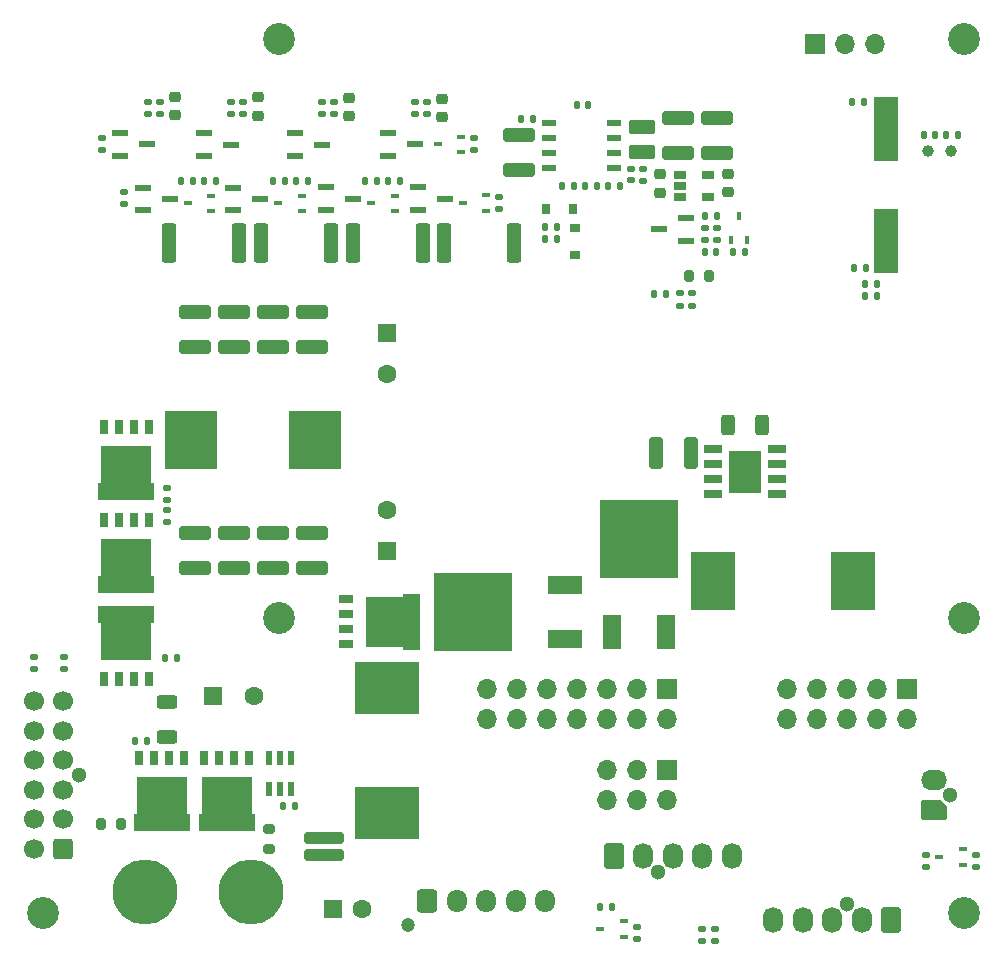
<source format=gts>
G04 #@! TF.GenerationSoftware,KiCad,Pcbnew,(6.0.0)*
G04 #@! TF.CreationDate,2022-02-11T23:51:38-05:00*
G04 #@! TF.ProjectId,FalconMain,46616c63-6f6e-44d6-9169-6e2e6b696361,1A*
G04 #@! TF.SameCoordinates,Original*
G04 #@! TF.FileFunction,Soldermask,Top*
G04 #@! TF.FilePolarity,Negative*
%FSLAX46Y46*%
G04 Gerber Fmt 4.6, Leading zero omitted, Abs format (unit mm)*
G04 Created by KiCad (PCBNEW (6.0.0)) date 2022-02-11 23:51:38*
%MOMM*%
%LPD*%
G01*
G04 APERTURE LIST*
G04 Aperture macros list*
%AMRoundRect*
0 Rectangle with rounded corners*
0 $1 Rounding radius*
0 $2 $3 $4 $5 $6 $7 $8 $9 X,Y pos of 4 corners*
0 Add a 4 corners polygon primitive as box body*
4,1,4,$2,$3,$4,$5,$6,$7,$8,$9,$2,$3,0*
0 Add four circle primitives for the rounded corners*
1,1,$1+$1,$2,$3*
1,1,$1+$1,$4,$5*
1,1,$1+$1,$6,$7*
1,1,$1+$1,$8,$9*
0 Add four rect primitives between the rounded corners*
20,1,$1+$1,$2,$3,$4,$5,0*
20,1,$1+$1,$4,$5,$6,$7,0*
20,1,$1+$1,$6,$7,$8,$9,0*
20,1,$1+$1,$8,$9,$2,$3,0*%
%AMFreePoly0*
4,1,23,0.945671,0.830970,1.026777,0.776777,1.080970,0.695671,1.100000,0.600000,1.100000,-0.600000,1.080970,-0.695671,1.026777,-0.776777,0.945671,-0.830970,0.850000,-0.850000,-0.450000,-0.850000,-0.545671,-0.830970,-0.626777,-0.776777,-0.626779,-0.776774,-1.026777,-0.376777,-1.080970,-0.295671,-1.100000,-0.200000,-1.100000,0.600000,-1.080970,0.695671,-1.026777,0.776777,-0.945671,0.830970,
-0.850000,0.850000,0.850000,0.850000,0.945671,0.830970,0.945671,0.830970,$1*%
%AMFreePoly1*
4,1,21,3.503536,2.353536,3.505000,2.350000,3.505000,-2.350000,3.503536,-2.353536,3.500000,-2.355000,2.000000,-2.355000,1.996464,-2.353536,1.995000,-2.350000,1.995000,-2.105000,-1.100000,-2.105000,-1.103536,-2.103536,-1.105000,-2.100000,-1.105000,2.100000,-1.103536,2.103536,-1.100000,2.105000,1.995000,2.105000,1.995000,2.350000,1.996464,2.353536,2.000000,2.355000,3.500000,2.355000,
3.503536,2.353536,3.503536,2.353536,$1*%
G04 Aperture macros list end*
%ADD10RoundRect,0.135000X0.135000X0.185000X-0.135000X0.185000X-0.135000X-0.185000X0.135000X-0.185000X0*%
%ADD11RoundRect,0.225000X-0.250000X0.225000X-0.250000X-0.225000X0.250000X-0.225000X0.250000X0.225000X0*%
%ADD12RoundRect,0.135000X0.185000X-0.135000X0.185000X0.135000X-0.185000X0.135000X-0.185000X-0.135000X0*%
%ADD13R,1.411199X0.568000*%
%ADD14RoundRect,0.250000X-1.100000X0.325000X-1.100000X-0.325000X1.100000X-0.325000X1.100000X0.325000X0*%
%ADD15C,2.700000*%
%ADD16R,0.700000X0.450000*%
%ADD17C,1.000000*%
%ADD18C,1.300000*%
%ADD19RoundRect,0.250000X0.600000X-0.850000X0.600000X0.850000X-0.600000X0.850000X-0.600000X-0.850000X0*%
%ADD20O,1.700000X2.200000*%
%ADD21RoundRect,0.135000X-0.185000X0.135000X-0.185000X-0.135000X0.185000X-0.135000X0.185000X0.135000X0*%
%ADD22RoundRect,0.250000X0.625000X-0.312500X0.625000X0.312500X-0.625000X0.312500X-0.625000X-0.312500X0*%
%ADD23RoundRect,0.135000X-0.135000X-0.185000X0.135000X-0.185000X0.135000X0.185000X-0.135000X0.185000X0*%
%ADD24R,4.500000X5.000000*%
%ADD25RoundRect,0.140000X-0.170000X0.140000X-0.170000X-0.140000X0.170000X-0.140000X0.170000X0.140000X0*%
%ADD26C,5.500000*%
%ADD27R,1.700000X1.700000*%
%ADD28O,1.700000X1.700000*%
%ADD29C,1.200000*%
%ADD30RoundRect,0.250000X-0.600000X-0.725000X0.600000X-0.725000X0.600000X0.725000X-0.600000X0.725000X0*%
%ADD31O,1.700000X1.950000*%
%ADD32R,3.000000X1.600000*%
%ADD33R,6.700000X6.700000*%
%ADD34RoundRect,0.140000X0.140000X0.170000X-0.140000X0.170000X-0.140000X-0.170000X0.140000X-0.170000X0*%
%ADD35R,1.600000X1.600000*%
%ADD36C,1.600000*%
%ADD37R,0.800000X0.900000*%
%ADD38R,0.620000X1.220000*%
%ADD39FreePoly0,180.000000*%
%ADD40O,2.200000X1.700000*%
%ADD41RoundRect,0.140000X-0.140000X-0.170000X0.140000X-0.170000X0.140000X0.170000X-0.140000X0.170000X0*%
%ADD42R,3.850000X5.000000*%
%ADD43R,1.150000X0.700000*%
%ADD44FreePoly1,0.000000*%
%ADD45RoundRect,0.250000X-0.600000X0.850000X-0.600000X-0.850000X0.600000X-0.850000X0.600000X0.850000X0*%
%ADD46RoundRect,0.250000X-0.362500X-1.425000X0.362500X-1.425000X0.362500X1.425000X-0.362500X1.425000X0*%
%ADD47RoundRect,0.200000X-0.275000X0.200000X-0.275000X-0.200000X0.275000X-0.200000X0.275000X0.200000X0*%
%ADD48R,0.900000X0.800000*%
%ADD49R,0.700000X1.150000*%
%ADD50FreePoly1,270.000000*%
%ADD51RoundRect,0.200000X0.200000X0.275000X-0.200000X0.275000X-0.200000X-0.275000X0.200000X-0.275000X0*%
%ADD52R,1.500000X0.650000*%
%ADD53R,2.700000X3.600000*%
%ADD54R,2.000000X5.500000*%
%ADD55RoundRect,0.200000X-0.200000X-0.275000X0.200000X-0.275000X0.200000X0.275000X-0.200000X0.275000X0*%
%ADD56R,0.450000X0.700000*%
%ADD57RoundRect,0.250000X0.312500X0.625000X-0.312500X0.625000X-0.312500X-0.625000X0.312500X-0.625000X0*%
%ADD58R,5.500000X4.500000*%
%ADD59RoundRect,0.250000X1.100000X-0.325000X1.100000X0.325000X-1.100000X0.325000X-1.100000X-0.325000X0*%
%ADD60RoundRect,0.250000X-0.325000X-1.100000X0.325000X-1.100000X0.325000X1.100000X-0.325000X1.100000X0*%
%ADD61R,1.168400X0.482600*%
%ADD62RoundRect,0.225000X0.250000X-0.225000X0.250000X0.225000X-0.250000X0.225000X-0.250000X-0.225000X0*%
%ADD63RoundRect,0.250000X1.450000X-0.250000X1.450000X0.250000X-1.450000X0.250000X-1.450000X-0.250000X0*%
%ADD64RoundRect,0.250000X0.600000X0.600000X-0.600000X0.600000X-0.600000X-0.600000X0.600000X-0.600000X0*%
%ADD65C,1.700000*%
%ADD66RoundRect,0.250000X-0.850000X0.375000X-0.850000X-0.375000X0.850000X-0.375000X0.850000X0.375000X0*%
%ADD67R,1.000000X0.700000*%
%ADD68FreePoly1,90.000000*%
%ADD69R,1.600000X3.000000*%
G04 APERTURE END LIST*
D10*
X140185000Y-73025000D03*
X139165000Y-73025000D03*
D11*
X143769000Y-66027000D03*
X143769000Y-67577000D03*
D12*
X119888000Y-67314000D03*
X119888000Y-66294000D03*
X167037856Y-78030000D03*
X167037856Y-77010000D03*
D13*
X116543000Y-68949999D03*
X116543000Y-70850001D03*
X118829000Y-69900000D03*
D14*
X132775000Y-102800000D03*
X132775000Y-105750000D03*
X126150000Y-84095000D03*
X126150000Y-87045000D03*
D15*
X110000000Y-135010000D03*
D14*
X167035000Y-67695000D03*
X167035000Y-70645000D03*
D16*
X139750000Y-75550000D03*
X139750000Y-74250000D03*
X137750000Y-74900000D03*
D13*
X123575000Y-68975000D03*
X123575000Y-70875002D03*
X125861000Y-69925001D03*
D17*
X184939899Y-70480099D03*
X186839899Y-70480099D03*
D18*
X162050000Y-131510000D03*
D19*
X158300000Y-130170000D03*
D20*
X160800000Y-130170000D03*
X163300000Y-130170000D03*
X165800000Y-130170000D03*
X168300000Y-130170000D03*
D21*
X166012856Y-77010000D03*
X166012856Y-78030000D03*
D22*
X120500000Y-120062500D03*
X120500000Y-117137500D03*
D23*
X179565429Y-81750000D03*
X180585429Y-81750000D03*
D16*
X187860000Y-130880000D03*
X187860000Y-129580000D03*
X185860000Y-130230000D03*
D24*
X122550000Y-94967349D03*
X133050000Y-94967349D03*
D25*
X120500000Y-100895000D03*
X120500000Y-101855000D03*
D12*
X142494000Y-67312000D03*
X142494000Y-66292000D03*
D11*
X128166104Y-65927000D03*
X128166104Y-67477000D03*
D21*
X133605000Y-66302000D03*
X133605000Y-67322000D03*
D15*
X130000000Y-61000000D03*
D26*
X127600000Y-133205000D03*
X118600000Y-133205000D03*
D12*
X126891104Y-67312000D03*
X126891104Y-66292000D03*
D27*
X162825000Y-122860000D03*
D28*
X162825000Y-125400000D03*
X160285000Y-122860000D03*
X160285000Y-125400000D03*
X157745000Y-122860000D03*
X157745000Y-125400000D03*
D21*
X188945000Y-130075000D03*
X188945000Y-131095000D03*
X115011000Y-69390000D03*
X115011000Y-70410000D03*
X160245000Y-136184139D03*
X160245000Y-137204139D03*
D29*
X140900000Y-135980000D03*
D30*
X142500000Y-133980000D03*
D31*
X145000000Y-133980000D03*
X147500000Y-133980000D03*
X150000000Y-133980000D03*
X152500000Y-133980000D03*
D13*
X118425000Y-73575000D03*
X118425000Y-75475002D03*
X120711000Y-74525001D03*
D27*
X162800000Y-116020000D03*
D28*
X162800000Y-118560000D03*
X160260000Y-116020000D03*
X160260000Y-118560000D03*
X157720000Y-116020000D03*
X157720000Y-118560000D03*
X155180000Y-116020000D03*
X155180000Y-118560000D03*
X152640000Y-116020000D03*
X152640000Y-118560000D03*
X150100000Y-116020000D03*
X150100000Y-118560000D03*
X147560000Y-116020000D03*
X147560000Y-118560000D03*
D13*
X131357000Y-68974999D03*
X131357000Y-70875001D03*
X133643000Y-69925000D03*
X139157000Y-68949999D03*
X139157000Y-70850001D03*
X141443000Y-69900000D03*
D10*
X153525000Y-77935000D03*
X152505000Y-77935000D03*
D32*
X154220000Y-111821000D03*
X154220000Y-107249000D03*
D33*
X146370000Y-109535000D03*
D10*
X132410000Y-73025000D03*
X131390000Y-73025000D03*
D14*
X129450000Y-84095000D03*
X129450000Y-87045000D03*
D23*
X166030000Y-75980000D03*
X167050000Y-75980000D03*
D10*
X154975000Y-73435000D03*
X153955000Y-73435000D03*
D12*
X134620000Y-67312000D03*
X134620000Y-66292000D03*
D34*
X166992856Y-79020000D03*
X166032856Y-79020000D03*
D15*
X188000000Y-61000000D03*
D35*
X134517621Y-134655000D03*
D36*
X137017621Y-134655000D03*
D37*
X152540000Y-75410000D03*
X154840000Y-75410000D03*
D14*
X132750000Y-84095000D03*
X132750000Y-87045000D03*
D10*
X158150000Y-134450000D03*
X157130000Y-134450000D03*
D12*
X165790000Y-137330000D03*
X165790000Y-136310000D03*
D38*
X129100000Y-124515000D03*
X130050000Y-124515000D03*
X131000000Y-124515000D03*
X131000000Y-121895000D03*
X130050000Y-121895000D03*
X129100000Y-121895000D03*
D18*
X186760000Y-124988000D03*
D39*
X185420000Y-126238000D03*
D40*
X185420000Y-123738000D03*
D41*
X150495000Y-67710000D03*
X151455000Y-67710000D03*
D21*
X116868000Y-73904999D03*
X116868000Y-74924999D03*
D10*
X122660000Y-73025000D03*
X121640000Y-73025000D03*
D34*
X162695000Y-82550000D03*
X161735000Y-82550000D03*
D21*
X164945100Y-82525100D03*
X164945100Y-83545100D03*
D13*
X133944500Y-73549999D03*
X133944500Y-75450001D03*
X136230500Y-74500000D03*
D42*
X166675000Y-106900000D03*
X178525000Y-106900000D03*
D21*
X141469000Y-66297000D03*
X141469000Y-67317000D03*
D10*
X130460000Y-73025000D03*
X129440000Y-73025000D03*
D43*
X135675000Y-108417500D03*
X135675000Y-109687500D03*
X135675000Y-110957500D03*
X135675000Y-112227500D03*
D44*
X138400000Y-110322500D03*
D23*
X117790000Y-120400000D03*
X118810000Y-120400000D03*
D15*
X130005000Y-110000000D03*
D18*
X178050000Y-134245000D03*
D45*
X181800000Y-135585000D03*
D20*
X179300000Y-135585000D03*
X176800000Y-135585000D03*
X174300000Y-135585000D03*
X171800000Y-135585000D03*
D10*
X180585329Y-82775100D03*
X179565329Y-82775100D03*
D11*
X121163000Y-65904000D03*
X121163000Y-67454000D03*
D46*
X120687500Y-78290000D03*
X126612500Y-78290000D03*
D47*
X129097292Y-127875000D03*
X129097292Y-129525000D03*
D13*
X164455856Y-78040001D03*
X164455856Y-76139999D03*
X162169856Y-77090000D03*
D15*
X188000000Y-135000000D03*
D11*
X135895000Y-65952000D03*
X135895000Y-67502000D03*
D21*
X125866104Y-66292000D03*
X125866104Y-67312000D03*
D48*
X154990000Y-76960000D03*
X154990000Y-79260000D03*
D21*
X160810000Y-71960000D03*
X160810000Y-72980000D03*
D35*
X139100000Y-85842349D03*
D36*
X139100000Y-89342349D03*
D49*
X127455000Y-121880000D03*
X126185000Y-121880000D03*
X124915000Y-121880000D03*
X123645000Y-121880000D03*
D50*
X125550000Y-124605000D03*
D15*
X188000000Y-110000000D03*
D51*
X166350000Y-81075000D03*
X164700000Y-81075000D03*
D52*
X172150000Y-99505000D03*
X172150000Y-98235000D03*
X172150000Y-96965000D03*
X172150000Y-95695000D03*
X166750000Y-95695000D03*
X166750000Y-96965000D03*
X166750000Y-98235000D03*
X166750000Y-99505000D03*
D53*
X169450000Y-97600000D03*
D13*
X141719500Y-73549999D03*
X141719500Y-75450001D03*
X144005500Y-74500000D03*
D23*
X157800000Y-73433758D03*
X158820000Y-73433758D03*
D54*
X181379899Y-78080099D03*
X181379899Y-68580099D03*
D12*
X166850000Y-137330000D03*
X166850000Y-136310000D03*
D55*
X114900000Y-127425000D03*
X116550000Y-127425000D03*
D56*
X168260000Y-77962000D03*
X169560000Y-77962000D03*
X168910000Y-75962000D03*
D49*
X121955000Y-121880000D03*
X120685000Y-121880000D03*
X119415000Y-121880000D03*
X118145000Y-121880000D03*
D50*
X120050000Y-124605000D03*
D57*
X170887500Y-93625000D03*
X167962500Y-93625000D03*
D21*
X146463000Y-69359999D03*
X146463000Y-70379999D03*
D23*
X130290000Y-125900000D03*
X131310000Y-125900000D03*
D10*
X121300000Y-113370000D03*
X120280000Y-113370000D03*
X169395000Y-79012000D03*
X168375000Y-79012000D03*
D14*
X129475000Y-102800000D03*
X129475000Y-105750000D03*
D46*
X128437500Y-78290000D03*
X134362500Y-78290000D03*
D16*
X147525000Y-75525000D03*
X147525000Y-74225000D03*
X145525000Y-74875000D03*
D21*
X184780000Y-130090000D03*
X184780000Y-131110000D03*
D34*
X185539899Y-69080099D03*
X184579899Y-69080099D03*
D25*
X159785000Y-71990000D03*
X159785000Y-72950000D03*
D16*
X124225000Y-75550000D03*
X124225000Y-74250000D03*
X122225000Y-74900000D03*
D46*
X136200000Y-78290000D03*
X142125000Y-78290000D03*
D58*
X139100000Y-115900000D03*
X139100000Y-126500000D03*
D34*
X187439899Y-69080099D03*
X186479899Y-69080099D03*
D21*
X148600000Y-74390000D03*
X148600000Y-75410000D03*
D16*
X145413000Y-70554999D03*
X145413000Y-69254999D03*
X143413000Y-69904999D03*
D27*
X175375000Y-61400000D03*
D28*
X177915000Y-61400000D03*
X180455000Y-61400000D03*
D12*
X109200000Y-114285000D03*
X109200000Y-113265000D03*
D59*
X150295000Y-72035000D03*
X150295000Y-69085000D03*
D60*
X161900000Y-96000000D03*
X164850000Y-96000000D03*
D35*
X139125000Y-104370000D03*
D36*
X139125000Y-100870000D03*
D46*
X143950000Y-78290000D03*
X149875000Y-78290000D03*
D49*
X118930000Y-101670000D03*
X117660000Y-101670000D03*
X116390000Y-101670000D03*
X115120000Y-101670000D03*
D50*
X117025000Y-104395000D03*
D49*
X118930000Y-93845000D03*
X117660000Y-93845000D03*
X116390000Y-93845000D03*
X115120000Y-93845000D03*
D50*
X117025000Y-96570000D03*
D12*
X120500000Y-99985000D03*
X120500000Y-98965000D03*
D10*
X138235000Y-73025000D03*
X137215000Y-73025000D03*
D61*
X152831400Y-68095000D03*
X152831400Y-69365000D03*
X152831400Y-70635000D03*
X152831400Y-71905000D03*
X158368600Y-71905000D03*
X158368600Y-70635000D03*
X158368600Y-69365000D03*
X158368600Y-68095000D03*
D62*
X162250000Y-74000000D03*
X162250000Y-72450000D03*
D63*
X133750000Y-130100000D03*
X133750000Y-128600000D03*
D41*
X178679899Y-80330099D03*
X179639899Y-80330099D03*
D18*
X113060000Y-123305000D03*
D64*
X111720000Y-129555000D03*
D65*
X111720000Y-127055000D03*
X111720000Y-124555000D03*
X111720000Y-122055000D03*
X111720000Y-119555000D03*
X111720000Y-117055000D03*
X109220000Y-129555000D03*
X109220000Y-127055000D03*
X109220000Y-124555000D03*
X109220000Y-122055000D03*
X109220000Y-119555000D03*
X109220000Y-117055000D03*
D14*
X122850000Y-84095000D03*
X122850000Y-87045000D03*
D16*
X159170000Y-136994139D03*
X159170000Y-135694139D03*
X157170000Y-136344139D03*
D13*
X126107000Y-73574999D03*
X126107000Y-75475001D03*
X128393000Y-74525000D03*
D27*
X183120000Y-116026359D03*
D28*
X183120000Y-118566359D03*
X180580000Y-116026359D03*
X180580000Y-118566359D03*
X178040000Y-116026359D03*
X178040000Y-118566359D03*
X175500000Y-116026359D03*
X175500000Y-118566359D03*
X172960000Y-116026359D03*
X172960000Y-118566359D03*
D66*
X160660000Y-68420000D03*
X160660000Y-70570000D03*
D41*
X155190000Y-66585000D03*
X156150000Y-66585000D03*
D34*
X179459899Y-66330099D03*
X178499899Y-66330099D03*
D35*
X124347349Y-116600000D03*
D36*
X127847349Y-116600000D03*
D67*
X163925000Y-72475000D03*
X163925000Y-73425000D03*
X163925000Y-74375000D03*
X166325000Y-74375000D03*
X166325000Y-72475000D03*
D21*
X111725000Y-113265000D03*
X111725000Y-114285000D03*
D12*
X163915000Y-83545000D03*
X163915000Y-82525000D03*
D62*
X167950000Y-73975000D03*
X167950000Y-72425000D03*
D10*
X124610000Y-73025000D03*
X123590000Y-73025000D03*
D14*
X163710000Y-67695000D03*
X163710000Y-70645000D03*
D16*
X131900000Y-75550000D03*
X131900000Y-74250000D03*
X129900000Y-74900000D03*
D14*
X126175000Y-102800000D03*
X126175000Y-105750000D03*
D21*
X118863000Y-66304000D03*
X118863000Y-67324000D03*
D34*
X156870000Y-73435000D03*
X155910000Y-73435000D03*
D49*
X115120000Y-115142349D03*
X116390000Y-115142349D03*
X117660000Y-115142349D03*
X118930000Y-115142349D03*
D68*
X117025000Y-112417349D03*
D69*
X158154000Y-111170000D03*
X162726000Y-111170000D03*
D33*
X160440000Y-103320000D03*
D23*
X152505000Y-76910000D03*
X153525000Y-76910000D03*
D14*
X122875000Y-102800000D03*
X122875000Y-105750000D03*
M02*

</source>
